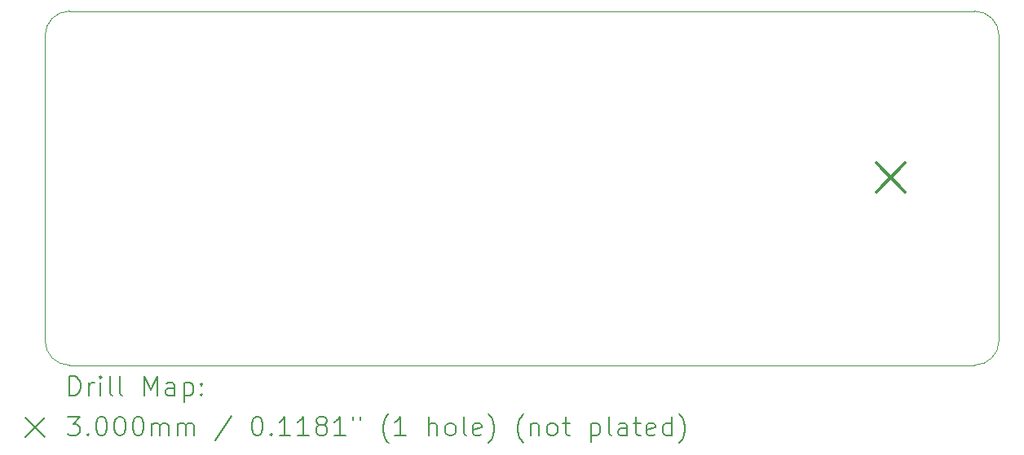
<source format=gbr>
%FSLAX45Y45*%
G04 Gerber Fmt 4.5, Leading zero omitted, Abs format (unit mm)*
G04 Created by KiCad (PCBNEW (6.0.5)) date 2023-05-13 15:18:55*
%MOMM*%
%LPD*%
G01*
G04 APERTURE LIST*
%TA.AperFunction,Profile*%
%ADD10C,0.100000*%
%TD*%
%ADD11C,0.200000*%
%ADD12C,0.300000*%
G04 APERTURE END LIST*
D10*
X10160000Y-10096500D02*
X19558000Y-10096500D01*
X19558000Y-13779500D02*
X10160000Y-13779500D01*
X9906000Y-13525500D02*
X9906000Y-10350500D01*
X19812000Y-10350500D02*
G75*
G03*
X19558000Y-10096500I-254000J0D01*
G01*
X10160000Y-10096500D02*
G75*
G03*
X9906000Y-10350500I0J-254000D01*
G01*
X19812000Y-10350500D02*
X19812000Y-13525500D01*
X9906000Y-13525500D02*
G75*
G03*
X10160000Y-13779500I254000J0D01*
G01*
X19558000Y-13779500D02*
G75*
G03*
X19812000Y-13525500I0J254000D01*
G01*
D11*
D12*
X18539000Y-11677500D02*
X18839000Y-11977500D01*
X18839000Y-11677500D02*
X18539000Y-11977500D01*
D11*
X10158619Y-14094976D02*
X10158619Y-13894976D01*
X10206238Y-13894976D01*
X10234810Y-13904500D01*
X10253857Y-13923548D01*
X10263381Y-13942595D01*
X10272905Y-13980690D01*
X10272905Y-14009262D01*
X10263381Y-14047357D01*
X10253857Y-14066405D01*
X10234810Y-14085452D01*
X10206238Y-14094976D01*
X10158619Y-14094976D01*
X10358619Y-14094976D02*
X10358619Y-13961643D01*
X10358619Y-13999738D02*
X10368143Y-13980690D01*
X10377667Y-13971167D01*
X10396714Y-13961643D01*
X10415762Y-13961643D01*
X10482429Y-14094976D02*
X10482429Y-13961643D01*
X10482429Y-13894976D02*
X10472905Y-13904500D01*
X10482429Y-13914024D01*
X10491952Y-13904500D01*
X10482429Y-13894976D01*
X10482429Y-13914024D01*
X10606238Y-14094976D02*
X10587190Y-14085452D01*
X10577667Y-14066405D01*
X10577667Y-13894976D01*
X10711000Y-14094976D02*
X10691952Y-14085452D01*
X10682429Y-14066405D01*
X10682429Y-13894976D01*
X10939571Y-14094976D02*
X10939571Y-13894976D01*
X11006238Y-14037833D01*
X11072905Y-13894976D01*
X11072905Y-14094976D01*
X11253857Y-14094976D02*
X11253857Y-13990214D01*
X11244333Y-13971167D01*
X11225286Y-13961643D01*
X11187190Y-13961643D01*
X11168143Y-13971167D01*
X11253857Y-14085452D02*
X11234809Y-14094976D01*
X11187190Y-14094976D01*
X11168143Y-14085452D01*
X11158619Y-14066405D01*
X11158619Y-14047357D01*
X11168143Y-14028309D01*
X11187190Y-14018786D01*
X11234809Y-14018786D01*
X11253857Y-14009262D01*
X11349095Y-13961643D02*
X11349095Y-14161643D01*
X11349095Y-13971167D02*
X11368143Y-13961643D01*
X11406238Y-13961643D01*
X11425286Y-13971167D01*
X11434809Y-13980690D01*
X11444333Y-13999738D01*
X11444333Y-14056881D01*
X11434809Y-14075928D01*
X11425286Y-14085452D01*
X11406238Y-14094976D01*
X11368143Y-14094976D01*
X11349095Y-14085452D01*
X11530048Y-14075928D02*
X11539571Y-14085452D01*
X11530048Y-14094976D01*
X11520524Y-14085452D01*
X11530048Y-14075928D01*
X11530048Y-14094976D01*
X11530048Y-13971167D02*
X11539571Y-13980690D01*
X11530048Y-13990214D01*
X11520524Y-13980690D01*
X11530048Y-13971167D01*
X11530048Y-13990214D01*
X9701000Y-14324500D02*
X9901000Y-14524500D01*
X9901000Y-14324500D02*
X9701000Y-14524500D01*
X10139571Y-14314976D02*
X10263381Y-14314976D01*
X10196714Y-14391167D01*
X10225286Y-14391167D01*
X10244333Y-14400690D01*
X10253857Y-14410214D01*
X10263381Y-14429262D01*
X10263381Y-14476881D01*
X10253857Y-14495928D01*
X10244333Y-14505452D01*
X10225286Y-14514976D01*
X10168143Y-14514976D01*
X10149095Y-14505452D01*
X10139571Y-14495928D01*
X10349095Y-14495928D02*
X10358619Y-14505452D01*
X10349095Y-14514976D01*
X10339571Y-14505452D01*
X10349095Y-14495928D01*
X10349095Y-14514976D01*
X10482429Y-14314976D02*
X10501476Y-14314976D01*
X10520524Y-14324500D01*
X10530048Y-14334024D01*
X10539571Y-14353071D01*
X10549095Y-14391167D01*
X10549095Y-14438786D01*
X10539571Y-14476881D01*
X10530048Y-14495928D01*
X10520524Y-14505452D01*
X10501476Y-14514976D01*
X10482429Y-14514976D01*
X10463381Y-14505452D01*
X10453857Y-14495928D01*
X10444333Y-14476881D01*
X10434810Y-14438786D01*
X10434810Y-14391167D01*
X10444333Y-14353071D01*
X10453857Y-14334024D01*
X10463381Y-14324500D01*
X10482429Y-14314976D01*
X10672905Y-14314976D02*
X10691952Y-14314976D01*
X10711000Y-14324500D01*
X10720524Y-14334024D01*
X10730048Y-14353071D01*
X10739571Y-14391167D01*
X10739571Y-14438786D01*
X10730048Y-14476881D01*
X10720524Y-14495928D01*
X10711000Y-14505452D01*
X10691952Y-14514976D01*
X10672905Y-14514976D01*
X10653857Y-14505452D01*
X10644333Y-14495928D01*
X10634810Y-14476881D01*
X10625286Y-14438786D01*
X10625286Y-14391167D01*
X10634810Y-14353071D01*
X10644333Y-14334024D01*
X10653857Y-14324500D01*
X10672905Y-14314976D01*
X10863381Y-14314976D02*
X10882429Y-14314976D01*
X10901476Y-14324500D01*
X10911000Y-14334024D01*
X10920524Y-14353071D01*
X10930048Y-14391167D01*
X10930048Y-14438786D01*
X10920524Y-14476881D01*
X10911000Y-14495928D01*
X10901476Y-14505452D01*
X10882429Y-14514976D01*
X10863381Y-14514976D01*
X10844333Y-14505452D01*
X10834810Y-14495928D01*
X10825286Y-14476881D01*
X10815762Y-14438786D01*
X10815762Y-14391167D01*
X10825286Y-14353071D01*
X10834810Y-14334024D01*
X10844333Y-14324500D01*
X10863381Y-14314976D01*
X11015762Y-14514976D02*
X11015762Y-14381643D01*
X11015762Y-14400690D02*
X11025286Y-14391167D01*
X11044333Y-14381643D01*
X11072905Y-14381643D01*
X11091952Y-14391167D01*
X11101476Y-14410214D01*
X11101476Y-14514976D01*
X11101476Y-14410214D02*
X11111000Y-14391167D01*
X11130048Y-14381643D01*
X11158619Y-14381643D01*
X11177667Y-14391167D01*
X11187190Y-14410214D01*
X11187190Y-14514976D01*
X11282428Y-14514976D02*
X11282428Y-14381643D01*
X11282428Y-14400690D02*
X11291952Y-14391167D01*
X11311000Y-14381643D01*
X11339571Y-14381643D01*
X11358619Y-14391167D01*
X11368143Y-14410214D01*
X11368143Y-14514976D01*
X11368143Y-14410214D02*
X11377667Y-14391167D01*
X11396714Y-14381643D01*
X11425286Y-14381643D01*
X11444333Y-14391167D01*
X11453857Y-14410214D01*
X11453857Y-14514976D01*
X11844333Y-14305452D02*
X11672905Y-14562595D01*
X12101476Y-14314976D02*
X12120524Y-14314976D01*
X12139571Y-14324500D01*
X12149095Y-14334024D01*
X12158619Y-14353071D01*
X12168143Y-14391167D01*
X12168143Y-14438786D01*
X12158619Y-14476881D01*
X12149095Y-14495928D01*
X12139571Y-14505452D01*
X12120524Y-14514976D01*
X12101476Y-14514976D01*
X12082428Y-14505452D01*
X12072905Y-14495928D01*
X12063381Y-14476881D01*
X12053857Y-14438786D01*
X12053857Y-14391167D01*
X12063381Y-14353071D01*
X12072905Y-14334024D01*
X12082428Y-14324500D01*
X12101476Y-14314976D01*
X12253857Y-14495928D02*
X12263381Y-14505452D01*
X12253857Y-14514976D01*
X12244333Y-14505452D01*
X12253857Y-14495928D01*
X12253857Y-14514976D01*
X12453857Y-14514976D02*
X12339571Y-14514976D01*
X12396714Y-14514976D02*
X12396714Y-14314976D01*
X12377667Y-14343548D01*
X12358619Y-14362595D01*
X12339571Y-14372119D01*
X12644333Y-14514976D02*
X12530048Y-14514976D01*
X12587190Y-14514976D02*
X12587190Y-14314976D01*
X12568143Y-14343548D01*
X12549095Y-14362595D01*
X12530048Y-14372119D01*
X12758619Y-14400690D02*
X12739571Y-14391167D01*
X12730048Y-14381643D01*
X12720524Y-14362595D01*
X12720524Y-14353071D01*
X12730048Y-14334024D01*
X12739571Y-14324500D01*
X12758619Y-14314976D01*
X12796714Y-14314976D01*
X12815762Y-14324500D01*
X12825286Y-14334024D01*
X12834809Y-14353071D01*
X12834809Y-14362595D01*
X12825286Y-14381643D01*
X12815762Y-14391167D01*
X12796714Y-14400690D01*
X12758619Y-14400690D01*
X12739571Y-14410214D01*
X12730048Y-14419738D01*
X12720524Y-14438786D01*
X12720524Y-14476881D01*
X12730048Y-14495928D01*
X12739571Y-14505452D01*
X12758619Y-14514976D01*
X12796714Y-14514976D01*
X12815762Y-14505452D01*
X12825286Y-14495928D01*
X12834809Y-14476881D01*
X12834809Y-14438786D01*
X12825286Y-14419738D01*
X12815762Y-14410214D01*
X12796714Y-14400690D01*
X13025286Y-14514976D02*
X12911000Y-14514976D01*
X12968143Y-14514976D02*
X12968143Y-14314976D01*
X12949095Y-14343548D01*
X12930048Y-14362595D01*
X12911000Y-14372119D01*
X13101476Y-14314976D02*
X13101476Y-14353071D01*
X13177667Y-14314976D02*
X13177667Y-14353071D01*
X13472905Y-14591167D02*
X13463381Y-14581643D01*
X13444333Y-14553071D01*
X13434809Y-14534024D01*
X13425286Y-14505452D01*
X13415762Y-14457833D01*
X13415762Y-14419738D01*
X13425286Y-14372119D01*
X13434809Y-14343548D01*
X13444333Y-14324500D01*
X13463381Y-14295928D01*
X13472905Y-14286405D01*
X13653857Y-14514976D02*
X13539571Y-14514976D01*
X13596714Y-14514976D02*
X13596714Y-14314976D01*
X13577667Y-14343548D01*
X13558619Y-14362595D01*
X13539571Y-14372119D01*
X13891952Y-14514976D02*
X13891952Y-14314976D01*
X13977667Y-14514976D02*
X13977667Y-14410214D01*
X13968143Y-14391167D01*
X13949095Y-14381643D01*
X13920524Y-14381643D01*
X13901476Y-14391167D01*
X13891952Y-14400690D01*
X14101476Y-14514976D02*
X14082428Y-14505452D01*
X14072905Y-14495928D01*
X14063381Y-14476881D01*
X14063381Y-14419738D01*
X14072905Y-14400690D01*
X14082428Y-14391167D01*
X14101476Y-14381643D01*
X14130048Y-14381643D01*
X14149095Y-14391167D01*
X14158619Y-14400690D01*
X14168143Y-14419738D01*
X14168143Y-14476881D01*
X14158619Y-14495928D01*
X14149095Y-14505452D01*
X14130048Y-14514976D01*
X14101476Y-14514976D01*
X14282428Y-14514976D02*
X14263381Y-14505452D01*
X14253857Y-14486405D01*
X14253857Y-14314976D01*
X14434809Y-14505452D02*
X14415762Y-14514976D01*
X14377667Y-14514976D01*
X14358619Y-14505452D01*
X14349095Y-14486405D01*
X14349095Y-14410214D01*
X14358619Y-14391167D01*
X14377667Y-14381643D01*
X14415762Y-14381643D01*
X14434809Y-14391167D01*
X14444333Y-14410214D01*
X14444333Y-14429262D01*
X14349095Y-14448309D01*
X14511000Y-14591167D02*
X14520524Y-14581643D01*
X14539571Y-14553071D01*
X14549095Y-14534024D01*
X14558619Y-14505452D01*
X14568143Y-14457833D01*
X14568143Y-14419738D01*
X14558619Y-14372119D01*
X14549095Y-14343548D01*
X14539571Y-14324500D01*
X14520524Y-14295928D01*
X14511000Y-14286405D01*
X14872905Y-14591167D02*
X14863381Y-14581643D01*
X14844333Y-14553071D01*
X14834809Y-14534024D01*
X14825286Y-14505452D01*
X14815762Y-14457833D01*
X14815762Y-14419738D01*
X14825286Y-14372119D01*
X14834809Y-14343548D01*
X14844333Y-14324500D01*
X14863381Y-14295928D01*
X14872905Y-14286405D01*
X14949095Y-14381643D02*
X14949095Y-14514976D01*
X14949095Y-14400690D02*
X14958619Y-14391167D01*
X14977667Y-14381643D01*
X15006238Y-14381643D01*
X15025286Y-14391167D01*
X15034809Y-14410214D01*
X15034809Y-14514976D01*
X15158619Y-14514976D02*
X15139571Y-14505452D01*
X15130048Y-14495928D01*
X15120524Y-14476881D01*
X15120524Y-14419738D01*
X15130048Y-14400690D01*
X15139571Y-14391167D01*
X15158619Y-14381643D01*
X15187190Y-14381643D01*
X15206238Y-14391167D01*
X15215762Y-14400690D01*
X15225286Y-14419738D01*
X15225286Y-14476881D01*
X15215762Y-14495928D01*
X15206238Y-14505452D01*
X15187190Y-14514976D01*
X15158619Y-14514976D01*
X15282428Y-14381643D02*
X15358619Y-14381643D01*
X15311000Y-14314976D02*
X15311000Y-14486405D01*
X15320524Y-14505452D01*
X15339571Y-14514976D01*
X15358619Y-14514976D01*
X15577667Y-14381643D02*
X15577667Y-14581643D01*
X15577667Y-14391167D02*
X15596714Y-14381643D01*
X15634809Y-14381643D01*
X15653857Y-14391167D01*
X15663381Y-14400690D01*
X15672905Y-14419738D01*
X15672905Y-14476881D01*
X15663381Y-14495928D01*
X15653857Y-14505452D01*
X15634809Y-14514976D01*
X15596714Y-14514976D01*
X15577667Y-14505452D01*
X15787190Y-14514976D02*
X15768143Y-14505452D01*
X15758619Y-14486405D01*
X15758619Y-14314976D01*
X15949095Y-14514976D02*
X15949095Y-14410214D01*
X15939571Y-14391167D01*
X15920524Y-14381643D01*
X15882428Y-14381643D01*
X15863381Y-14391167D01*
X15949095Y-14505452D02*
X15930048Y-14514976D01*
X15882428Y-14514976D01*
X15863381Y-14505452D01*
X15853857Y-14486405D01*
X15853857Y-14467357D01*
X15863381Y-14448309D01*
X15882428Y-14438786D01*
X15930048Y-14438786D01*
X15949095Y-14429262D01*
X16015762Y-14381643D02*
X16091952Y-14381643D01*
X16044333Y-14314976D02*
X16044333Y-14486405D01*
X16053857Y-14505452D01*
X16072905Y-14514976D01*
X16091952Y-14514976D01*
X16234809Y-14505452D02*
X16215762Y-14514976D01*
X16177667Y-14514976D01*
X16158619Y-14505452D01*
X16149095Y-14486405D01*
X16149095Y-14410214D01*
X16158619Y-14391167D01*
X16177667Y-14381643D01*
X16215762Y-14381643D01*
X16234809Y-14391167D01*
X16244333Y-14410214D01*
X16244333Y-14429262D01*
X16149095Y-14448309D01*
X16415762Y-14514976D02*
X16415762Y-14314976D01*
X16415762Y-14505452D02*
X16396714Y-14514976D01*
X16358619Y-14514976D01*
X16339571Y-14505452D01*
X16330048Y-14495928D01*
X16320524Y-14476881D01*
X16320524Y-14419738D01*
X16330048Y-14400690D01*
X16339571Y-14391167D01*
X16358619Y-14381643D01*
X16396714Y-14381643D01*
X16415762Y-14391167D01*
X16491952Y-14591167D02*
X16501476Y-14581643D01*
X16520524Y-14553071D01*
X16530048Y-14534024D01*
X16539571Y-14505452D01*
X16549095Y-14457833D01*
X16549095Y-14419738D01*
X16539571Y-14372119D01*
X16530048Y-14343548D01*
X16520524Y-14324500D01*
X16501476Y-14295928D01*
X16491952Y-14286405D01*
M02*

</source>
